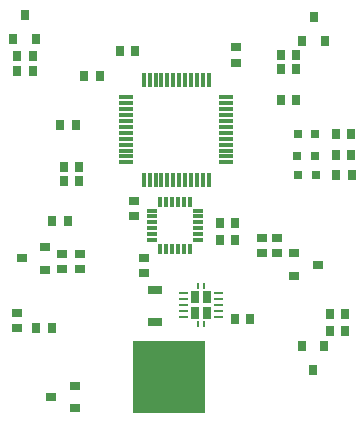
<source format=gtp>
G75*
%MOIN*%
%OFA0B0*%
%FSLAX24Y24*%
%IPPOS*%
%LPD*%
%AMOC8*
5,1,8,0,0,1.08239X$1,22.5*
%
%ADD10R,0.0354X0.0276*%
%ADD11R,0.0118X0.0472*%
%ADD12R,0.0472X0.0118*%
%ADD13R,0.0315X0.0315*%
%ADD14R,0.0276X0.0354*%
%ADD15R,0.0150X0.0335*%
%ADD16R,0.0335X0.0150*%
%ADD17R,0.0315X0.0354*%
%ADD18R,0.0354X0.0315*%
%ADD19C,0.0091*%
%ADD20R,0.0098X0.0226*%
%ADD21R,0.0256X0.0404*%
%ADD22R,0.0270X0.0091*%
%ADD23R,0.0472X0.0256*%
%ADD24R,0.2400X0.2400*%
D10*
X001793Y003439D03*
X001793Y003951D03*
X003295Y005404D03*
X003295Y005915D03*
X003881Y005920D03*
X003881Y005408D03*
X005690Y007177D03*
X005690Y007689D03*
X006009Y005787D03*
X006009Y005276D03*
X009960Y005944D03*
X010450Y005947D03*
X010450Y006459D03*
X009960Y006455D03*
X009086Y012300D03*
X009086Y012812D03*
D11*
X008181Y011730D03*
X007984Y011730D03*
X007787Y011730D03*
X007590Y011730D03*
X007393Y011730D03*
X007196Y011730D03*
X007000Y011730D03*
X006803Y011730D03*
X006606Y011730D03*
X006409Y011730D03*
X006212Y011730D03*
X006015Y011730D03*
X006015Y008383D03*
X006212Y008383D03*
X006409Y008383D03*
X006606Y008383D03*
X006803Y008383D03*
X007000Y008383D03*
X007196Y008383D03*
X007393Y008383D03*
X007590Y008383D03*
X007787Y008383D03*
X007984Y008383D03*
X008181Y008383D03*
D12*
X008771Y008974D03*
X008771Y009170D03*
X008771Y009367D03*
X008771Y009564D03*
X008771Y009761D03*
X008771Y009958D03*
X008771Y010155D03*
X008771Y010352D03*
X008771Y010548D03*
X008771Y010745D03*
X008771Y010942D03*
X008771Y011139D03*
X005425Y011139D03*
X005425Y010942D03*
X005425Y010745D03*
X005425Y010548D03*
X005425Y010352D03*
X005425Y010155D03*
X005425Y009958D03*
X005425Y009761D03*
X005425Y009564D03*
X005425Y009367D03*
X005425Y009170D03*
X005425Y008974D03*
D13*
X011138Y009198D03*
X011729Y009198D03*
X011746Y008560D03*
X011155Y008560D03*
X011145Y009930D03*
X011736Y009930D03*
D14*
X012409Y009922D03*
X012921Y009922D03*
X012925Y009224D03*
X012413Y009224D03*
X012441Y008560D03*
X012953Y008560D03*
X011102Y011063D03*
X010590Y011063D03*
X010594Y012092D03*
X010592Y012567D03*
X011104Y012567D03*
X011105Y012092D03*
X009061Y006966D03*
X008549Y006966D03*
X008552Y006399D03*
X009063Y006399D03*
X009047Y003760D03*
X009559Y003760D03*
X012229Y003909D03*
X012741Y003909D03*
X012738Y003345D03*
X012226Y003345D03*
X004543Y011867D03*
X004031Y011867D03*
X005220Y012686D03*
X005732Y012686D03*
X003748Y010230D03*
X003236Y010230D03*
X003362Y008833D03*
X003362Y008360D03*
X003874Y008360D03*
X003874Y008833D03*
X003478Y007016D03*
X002967Y007016D03*
X002943Y003442D03*
X002431Y003442D03*
X002319Y012007D03*
X002319Y012504D03*
X001807Y012504D03*
X001807Y012007D03*
D15*
X006570Y007653D03*
X006767Y007653D03*
X006964Y007653D03*
X007161Y007653D03*
X007358Y007653D03*
X007555Y007653D03*
X007555Y006098D03*
X007358Y006098D03*
X007161Y006098D03*
X006964Y006098D03*
X006767Y006098D03*
X006570Y006098D03*
D16*
X006285Y006383D03*
X006285Y006580D03*
X006285Y006777D03*
X006285Y006974D03*
X006285Y007170D03*
X006285Y007367D03*
X007840Y007367D03*
X007840Y007170D03*
X007840Y006974D03*
X007840Y006777D03*
X007840Y006580D03*
X007840Y006383D03*
D17*
X011280Y002835D03*
X012028Y002835D03*
X011654Y002048D03*
X011304Y013022D03*
X012052Y013022D03*
X011678Y013809D03*
X002420Y013088D03*
X001672Y013088D03*
X002046Y013876D03*
D18*
X002941Y001152D03*
X003729Y000778D03*
X003729Y001526D03*
X002735Y005401D03*
X002735Y006149D03*
X001948Y005775D03*
X011036Y005940D03*
X011036Y005192D03*
X011823Y005566D03*
D19*
X008383Y004619D03*
X008383Y004422D03*
X008383Y004226D03*
X008383Y004029D03*
X008383Y003832D03*
X007466Y003832D03*
X007466Y004029D03*
X007466Y004226D03*
X007466Y004422D03*
X007466Y004619D03*
D20*
X007817Y004860D03*
X008033Y004860D03*
X008033Y003591D03*
X007817Y003591D03*
D21*
X007738Y003965D03*
X008112Y003965D03*
X008112Y004486D03*
X007738Y004486D03*
D22*
X007331Y004422D03*
X007331Y004226D03*
X007331Y004029D03*
X007331Y003832D03*
X007331Y004619D03*
X008518Y004619D03*
X008518Y004422D03*
X008518Y004226D03*
X008518Y004029D03*
X008518Y003832D03*
D23*
X006377Y003641D03*
X006377Y004724D03*
D24*
X006860Y001830D03*
M02*

</source>
